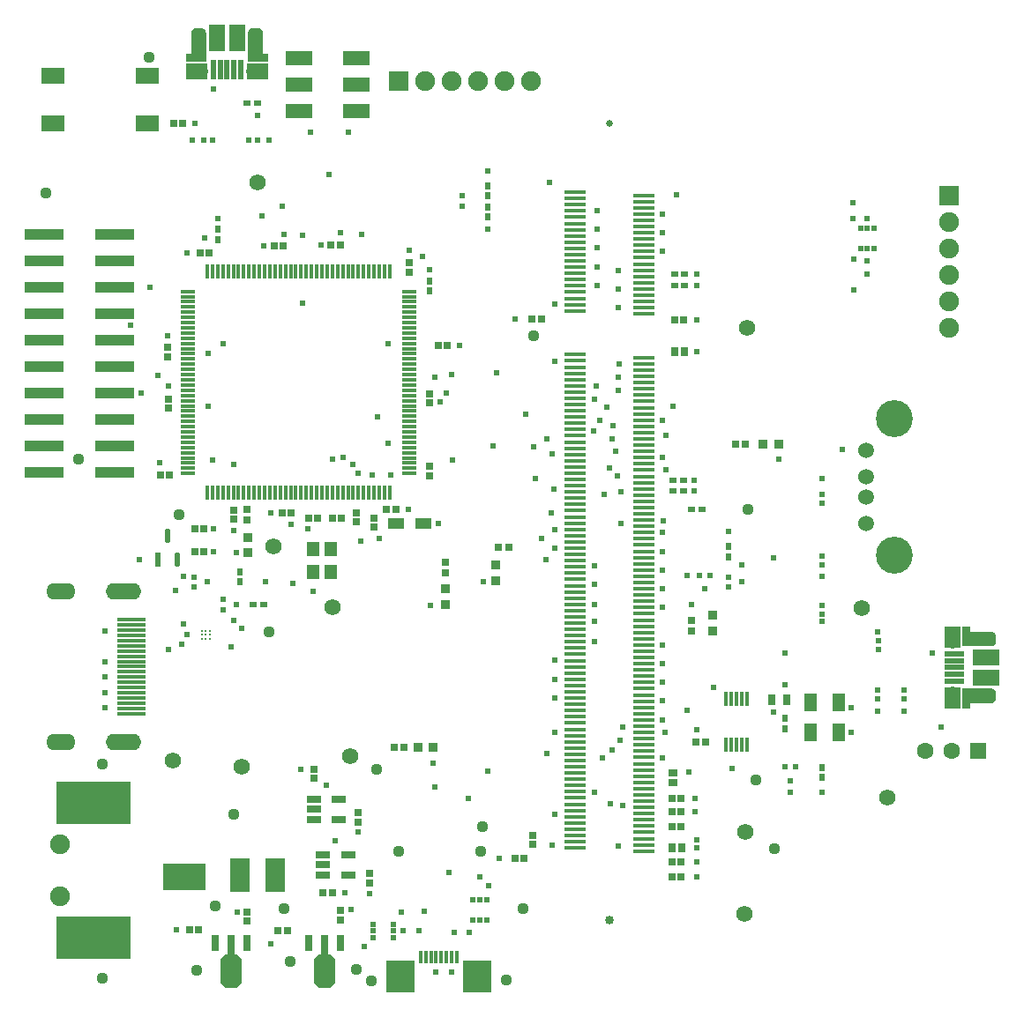
<source format=gts>
G04*
G04 #@! TF.GenerationSoftware,Altium Limited,Altium Designer,20.0.11 (256)*
G04*
G04 Layer_Color=8388736*
%FSLAX25Y25*%
%MOIN*%
G70*
G01*
G75*
%ADD18R,0.02762X0.02368*%
%ADD19R,0.02762X0.05912*%
%ADD20R,0.02762X0.07487*%
G04:AMPARAMS|DCode=21|XSize=78.8mil|YSize=129.98mil|CornerRadius=0mil|HoleSize=0mil|Usage=FLASHONLY|Rotation=0.000|XOffset=0mil|YOffset=0mil|HoleType=Round|Shape=Octagon|*
%AMOCTAGOND21*
4,1,8,-0.01970,0.06499,0.01970,0.06499,0.03940,0.04529,0.03940,-0.04529,0.01970,-0.06499,-0.01970,-0.06499,-0.03940,-0.04529,-0.03940,0.04529,-0.01970,0.06499,0.0*
%
%ADD21OCTAGOND21*%

%ADD22R,0.15164X0.04337*%
%ADD23R,0.01975X0.07290*%
%ADD24R,0.06010X0.10243*%
%ADD25R,0.10400X0.05400*%
%ADD26R,0.03156X0.02959*%
%ADD27R,0.03550X0.03550*%
%ADD28R,0.02959X0.03156*%
%ADD29R,0.02959X0.02841*%
%ADD30R,0.02841X0.02959*%
%ADD31R,0.02165X0.02362*%
%ADD32R,0.05518X0.03156*%
%ADD33R,0.02368X0.02762*%
%ADD34R,0.04724X0.05512*%
%ADD35R,0.05912X0.04337*%
%ADD36R,0.01778X0.05715*%
%ADD37R,0.05715X0.01778*%
%ADD38R,0.08700X0.05900*%
%ADD39R,0.03550X0.03550*%
%ADD40R,0.02362X0.02165*%
%ADD41R,0.04731X0.07093*%
%ADD42R,0.27959X0.16148*%
%ADD43R,0.16148X0.10243*%
%ADD44R,0.01975X0.02368*%
%ADD45R,0.02368X0.01975*%
%ADD46R,0.11030X0.12211*%
%ADD47R,0.01581X0.05124*%
%ADD48C,0.00984*%
%ADD49R,0.01975X0.02408*%
%ADD50R,0.08274X0.01778*%
%ADD51R,0.01181X0.05512*%
%ADD52R,0.02267X0.05540*%
G04:AMPARAMS|DCode=53|XSize=55.4mil|YSize=22.67mil|CornerRadius=11.34mil|HoleSize=0mil|Usage=FLASHONLY|Rotation=90.000|XOffset=0mil|YOffset=0mil|HoleType=Round|Shape=RoundedRectangle|*
%AMROUNDEDRECTD53*
21,1,0.05540,0.00000,0,0,90.0*
21,1,0.03273,0.02267,0,0,90.0*
1,1,0.02267,0.00000,0.01636*
1,1,0.02267,0.00000,-0.01636*
1,1,0.02267,0.00000,-0.01636*
1,1,0.02267,0.00000,0.01636*
%
%ADD53ROUNDEDRECTD53*%
%ADD54R,0.03156X0.03943*%
%ADD55R,0.02408X0.01975*%
%ADD56R,0.07290X0.01975*%
%ADD57R,0.10243X0.06010*%
%ADD58R,0.10636X0.01502*%
%ADD59R,0.03235X0.03117*%
%ADD60R,0.03117X0.03235*%
%ADD61R,0.07408X0.12802*%
%ADD62R,0.08274X0.06148*%
%ADD63R,0.06148X0.08274*%
%ADD64O,0.05124X0.07093*%
%ADD65O,0.04337X0.05912*%
%ADD66C,0.07487*%
%ADD67R,0.07487X0.07487*%
%ADD68C,0.06181*%
%ADD69C,0.03353*%
%ADD70C,0.02565*%
%ADD71C,0.06306*%
%ADD72R,0.06306X0.06306*%
%ADD73R,0.07487X0.07487*%
%ADD74O,0.07093X0.05124*%
%ADD75O,0.05912X0.04337*%
%ADD76C,0.05991*%
%ADD77C,0.13983*%
%ADD78O,0.11030X0.06306*%
%ADD79O,0.13392X0.06306*%
%ADD80C,0.02400*%
%ADD81C,0.04400*%
G36*
X71761Y370504D02*
X71765Y370504D01*
X71934Y370496D01*
X71945Y370495D01*
X71956Y370494D01*
X72120Y370468D01*
X72130Y370466D01*
X72140Y370464D01*
X72296Y370423D01*
X72306Y370419D01*
X72316Y370416D01*
X72470Y370357D01*
X72481Y370351D01*
X72492Y370347D01*
X72618Y370280D01*
X72621Y370278D01*
X72624Y370276D01*
X72747Y370205D01*
X72756Y370198D01*
X72767Y370192D01*
X72895Y370095D01*
X72905Y370086D01*
X72916Y370077D01*
X73020Y369973D01*
X73022Y369970D01*
X73025Y369968D01*
X73128Y369857D01*
X73136Y369846D01*
X73145Y369836D01*
X73228Y369718D01*
X73230Y369713D01*
X73233Y369709D01*
X73320Y369571D01*
X73326Y369559D01*
X73333Y369546D01*
X73396Y369404D01*
X73398Y369399D01*
X73401Y369393D01*
X73448Y369267D01*
X73450Y369260D01*
X73453Y369254D01*
X73472Y369187D01*
X73473Y369181D01*
X73475Y369176D01*
X73491Y369109D01*
X73491Y369106D01*
X73492Y369102D01*
X73508Y369024D01*
X73508Y369023D01*
X73508Y369022D01*
X73524Y368939D01*
X73526Y368925D01*
X73527Y368911D01*
X73532Y368824D01*
X73531Y368819D01*
X73532Y368815D01*
Y368728D01*
Y360658D01*
Y357902D01*
X73528Y357862D01*
X73516Y357825D01*
X73498Y357790D01*
X73473Y357759D01*
X73442Y357734D01*
X73408Y357716D01*
X73370Y357704D01*
X73331Y357701D01*
X66146D01*
X66106Y357704D01*
X66069Y357716D01*
X66034Y357734D01*
X66004Y357759D01*
X65979Y357790D01*
X65960Y357825D01*
X65949Y357862D01*
X65945Y357902D01*
Y360658D01*
X65949Y360697D01*
X65960Y360734D01*
X65979Y360769D01*
X66004Y360800D01*
X66034Y360825D01*
X66069Y360843D01*
X66106Y360855D01*
X66146Y360858D01*
X68012D01*
Y368728D01*
X68012Y368733D01*
X68012Y368739D01*
X68020Y368892D01*
X68021Y368898D01*
X68021Y368903D01*
X68036Y369053D01*
X68039Y369066D01*
X68041Y369080D01*
X68059Y369150D01*
X68060Y369155D01*
X68062Y369161D01*
X68083Y369232D01*
X68083Y369232D01*
X68127Y369374D01*
X68133Y369389D01*
X68139Y369405D01*
X68214Y369554D01*
X68218Y369561D01*
X68221Y369568D01*
X68304Y369706D01*
X68310Y369714D01*
X68316Y369723D01*
X68410Y369849D01*
X68415Y369854D01*
X68419Y369860D01*
X68521Y369978D01*
X68532Y369988D01*
X68541Y369998D01*
X68663Y370104D01*
X68669Y370108D01*
X68674Y370113D01*
X68804Y370211D01*
X68816Y370219D01*
X68828Y370227D01*
X68969Y370306D01*
X68974Y370308D01*
X68979Y370311D01*
X69125Y370381D01*
X69138Y370387D01*
X69152Y370392D01*
X69313Y370444D01*
X69325Y370446D01*
X69336Y370449D01*
X69458Y370473D01*
X69464Y370473D01*
X69469Y370475D01*
X69615Y370494D01*
X69623Y370495D01*
X69631Y370496D01*
X69777Y370504D01*
X69782Y370504D01*
X69787Y370504D01*
X71756D01*
X71761Y370504D01*
D02*
G37*
G36*
X93218Y370504D02*
X93223Y370504D01*
X93369Y370496D01*
X93377Y370495D01*
X93385Y370494D01*
X93531Y370475D01*
X93536Y370473D01*
X93542Y370473D01*
X93664Y370449D01*
X93675Y370446D01*
X93687Y370444D01*
X93848Y370392D01*
X93862Y370387D01*
X93875Y370381D01*
X94021Y370311D01*
X94026Y370308D01*
X94031Y370306D01*
X94172Y370227D01*
X94184Y370219D01*
X94196Y370211D01*
X94326Y370113D01*
X94331Y370108D01*
X94337Y370104D01*
X94459Y369998D01*
X94468Y369988D01*
X94479Y369978D01*
X94581Y369860D01*
X94585Y369854D01*
X94590Y369849D01*
X94684Y369723D01*
X94690Y369714D01*
X94696Y369706D01*
X94779Y369568D01*
X94782Y369561D01*
X94786Y369554D01*
X94861Y369405D01*
X94867Y369389D01*
X94873Y369374D01*
X94917Y369232D01*
X94917Y369232D01*
X94938Y369161D01*
X94940Y369155D01*
X94941Y369150D01*
X94959Y369080D01*
X94961Y369066D01*
X94964Y369053D01*
X94979Y368903D01*
X94979Y368898D01*
X94980Y368892D01*
X94988Y368739D01*
X94988Y368734D01*
X94988Y368728D01*
Y360858D01*
X96854D01*
X96894Y360855D01*
X96931Y360843D01*
X96966Y360825D01*
X96996Y360800D01*
X97021Y360769D01*
X97040Y360734D01*
X97051Y360697D01*
X97055Y360658D01*
Y357902D01*
X97051Y357862D01*
X97040Y357825D01*
X97021Y357790D01*
X96996Y357759D01*
X96966Y357734D01*
X96931Y357716D01*
X96894Y357704D01*
X96854Y357701D01*
X89669D01*
X89630Y357704D01*
X89592Y357716D01*
X89558Y357734D01*
X89527Y357759D01*
X89502Y357790D01*
X89484Y357825D01*
X89472Y357862D01*
X89468Y357902D01*
Y360658D01*
Y368728D01*
Y368815D01*
X89469Y368819D01*
X89468Y368824D01*
X89473Y368911D01*
X89474Y368925D01*
X89476Y368939D01*
X89492Y369022D01*
X89492Y369023D01*
X89492Y369024D01*
X89508Y369102D01*
X89509Y369106D01*
X89509Y369109D01*
X89525Y369176D01*
X89527Y369181D01*
X89528Y369187D01*
X89547Y369254D01*
X89550Y369260D01*
X89552Y369267D01*
X89599Y369393D01*
X89602Y369399D01*
X89604Y369405D01*
X89667Y369546D01*
X89674Y369559D01*
X89680Y369571D01*
X89767Y369709D01*
X89770Y369713D01*
X89772Y369718D01*
X89855Y369836D01*
X89864Y369846D01*
X89872Y369857D01*
X89975Y369968D01*
X89978Y369970D01*
X89980Y369973D01*
X90084Y370077D01*
X90095Y370086D01*
X90105Y370095D01*
X90233Y370192D01*
X90244Y370198D01*
X90253Y370205D01*
X90376Y370276D01*
X90379Y370278D01*
X90382Y370280D01*
X90508Y370347D01*
X90519Y370351D01*
X90530Y370357D01*
X90684Y370416D01*
X90694Y370419D01*
X90704Y370423D01*
X90860Y370464D01*
X90870Y370466D01*
X90880Y370468D01*
X91044Y370494D01*
X91055Y370495D01*
X91066Y370496D01*
X91235Y370504D01*
X91239Y370504D01*
X91244Y370504D01*
X93213D01*
X93218Y370504D01*
D02*
G37*
G36*
X370363Y120742D02*
X370367Y120742D01*
X370454Y120738D01*
X370468Y120736D01*
X370482Y120735D01*
X370565Y120719D01*
X370566Y120719D01*
X370567Y120719D01*
X370646Y120703D01*
X370649Y120702D01*
X370652Y120702D01*
X370719Y120686D01*
X370725Y120684D01*
X370730Y120683D01*
X370797Y120663D01*
X370804Y120660D01*
X370811Y120659D01*
X370937Y120611D01*
X370942Y120609D01*
X370948Y120607D01*
X371090Y120544D01*
X371102Y120537D01*
X371115Y120530D01*
X371253Y120444D01*
X371257Y120441D01*
X371261Y120438D01*
X371379Y120356D01*
X371390Y120347D01*
X371400Y120338D01*
X371511Y120236D01*
X371513Y120233D01*
X371516Y120231D01*
X371620Y120126D01*
X371629Y120115D01*
X371639Y120105D01*
X371735Y119977D01*
X371742Y119967D01*
X371749Y119957D01*
X371819Y119835D01*
X371821Y119832D01*
X371823Y119828D01*
X371890Y119703D01*
X371895Y119691D01*
X371900Y119680D01*
X371959Y119527D01*
X371962Y119517D01*
X371966Y119506D01*
X372007Y119351D01*
X372009Y119340D01*
X372012Y119330D01*
X372037Y119167D01*
X372038Y119156D01*
X372039Y119145D01*
X372047Y118976D01*
X372047Y118971D01*
X372047Y118966D01*
Y116998D01*
X372047Y116993D01*
X372047Y116987D01*
X372039Y116841D01*
X372038Y116833D01*
X372038Y116825D01*
X372018Y116680D01*
X372017Y116674D01*
X372016Y116668D01*
X371993Y116546D01*
X371989Y116535D01*
X371987Y116524D01*
X371936Y116363D01*
X371930Y116349D01*
X371925Y116335D01*
X371854Y116190D01*
X371851Y116185D01*
X371849Y116180D01*
X371770Y116038D01*
X371762Y116026D01*
X371755Y116015D01*
X371656Y115885D01*
X371652Y115879D01*
X371648Y115874D01*
X371541Y115752D01*
X371531Y115742D01*
X371521Y115732D01*
X371403Y115630D01*
X371397Y115626D01*
X371392Y115621D01*
X371266Y115526D01*
X371257Y115521D01*
X371249Y115515D01*
X371111Y115432D01*
X371104Y115429D01*
X371098Y115425D01*
X370948Y115350D01*
X370933Y115344D01*
X370917Y115337D01*
X370775Y115294D01*
X370775Y115294D01*
X370704Y115272D01*
X370699Y115271D01*
X370694Y115269D01*
X370623Y115252D01*
X370610Y115250D01*
X370596Y115247D01*
X370446Y115231D01*
X370441Y115231D01*
X370436Y115230D01*
X370282Y115223D01*
X370277Y115223D01*
X370272Y115222D01*
X362402D01*
Y113356D01*
X362398Y113317D01*
X362386Y113279D01*
X362368Y113245D01*
X362343Y113214D01*
X362312Y113189D01*
X362278Y113171D01*
X362240Y113159D01*
X362201Y113155D01*
X359445D01*
X359406Y113159D01*
X359368Y113171D01*
X359333Y113189D01*
X359303Y113214D01*
X359278Y113245D01*
X359259Y113279D01*
X359248Y113317D01*
X359244Y113356D01*
Y120541D01*
X359248Y120580D01*
X359259Y120618D01*
X359278Y120653D01*
X359303Y120683D01*
X359333Y120708D01*
X359368Y120727D01*
X359406Y120738D01*
X359445Y120742D01*
X370358D01*
X370363Y120742D01*
D02*
G37*
G36*
X362240Y144262D02*
X362278Y144251D01*
X362312Y144232D01*
X362343Y144207D01*
X362368Y144177D01*
X362386Y144142D01*
X362398Y144104D01*
X362402Y144065D01*
Y142199D01*
X370272D01*
X370277Y142199D01*
X370282Y142199D01*
X370436Y142191D01*
X370441Y142190D01*
X370446Y142190D01*
X370596Y142174D01*
X370610Y142172D01*
X370623Y142169D01*
X370694Y142152D01*
X370699Y142150D01*
X370704Y142149D01*
X370775Y142127D01*
X370775Y142127D01*
X370917Y142084D01*
X370933Y142078D01*
X370948Y142071D01*
X371098Y141997D01*
X371104Y141993D01*
X371111Y141989D01*
X371249Y141907D01*
X371257Y141900D01*
X371266Y141895D01*
X371392Y141800D01*
X371397Y141796D01*
X371403Y141792D01*
X371521Y141689D01*
X371531Y141679D01*
X371541Y141669D01*
X371648Y141547D01*
X371652Y141542D01*
X371656Y141537D01*
X371755Y141407D01*
X371762Y141395D01*
X371770Y141383D01*
X371849Y141241D01*
X371851Y141236D01*
X371854Y141232D01*
X371925Y141086D01*
X371930Y141072D01*
X371936Y141059D01*
X371987Y140897D01*
X371989Y140886D01*
X371993Y140875D01*
X372016Y140753D01*
X372017Y140747D01*
X372018Y140742D01*
X372038Y140596D01*
X372038Y140588D01*
X372039Y140580D01*
X372047Y140434D01*
X372047Y140429D01*
X372047Y140423D01*
Y138455D01*
X372047Y138450D01*
X372047Y138445D01*
X372039Y138276D01*
X372038Y138265D01*
X372037Y138254D01*
X372011Y138091D01*
X372009Y138081D01*
X372007Y138070D01*
X371966Y137915D01*
X371962Y137905D01*
X371959Y137894D01*
X371900Y137741D01*
X371895Y137730D01*
X371890Y137719D01*
X371823Y137593D01*
X371821Y137590D01*
X371819Y137586D01*
X371749Y137464D01*
X371742Y137454D01*
X371735Y137444D01*
X371639Y137316D01*
X371629Y137306D01*
X371620Y137295D01*
X371516Y137191D01*
X371513Y137188D01*
X371511Y137185D01*
X371400Y137083D01*
X371390Y137075D01*
X371379Y137066D01*
X371261Y136983D01*
X371257Y136980D01*
X371253Y136978D01*
X371115Y136891D01*
X371102Y136884D01*
X371090Y136877D01*
X370948Y136814D01*
X370942Y136812D01*
X370937Y136810D01*
X370811Y136763D01*
X370804Y136761D01*
X370797Y136758D01*
X370730Y136738D01*
X370725Y136737D01*
X370719Y136735D01*
X370652Y136720D01*
X370649Y136719D01*
X370646Y136718D01*
X370567Y136703D01*
X370566Y136702D01*
X370565Y136702D01*
X370482Y136686D01*
X370468Y136685D01*
X370454Y136683D01*
X370367Y136679D01*
X370363Y136679D01*
X370358Y136679D01*
X359445D01*
X359406Y136683D01*
X359368Y136694D01*
X359333Y136713D01*
X359303Y136738D01*
X359278Y136768D01*
X359259Y136803D01*
X359248Y136841D01*
X359244Y136880D01*
Y144065D01*
X359248Y144104D01*
X359259Y144142D01*
X359278Y144177D01*
X359303Y144207D01*
X359333Y144232D01*
X359368Y144251D01*
X359406Y144262D01*
X359445Y144266D01*
X362201D01*
X362240Y144262D01*
D02*
G37*
D18*
X92968Y342000D02*
D03*
X89031D02*
D03*
X91531Y152500D02*
D03*
X95468D02*
D03*
X260968Y188500D02*
D03*
X257031D02*
D03*
X250031Y199500D02*
D03*
X253969D02*
D03*
X250031Y195500D02*
D03*
X253969D02*
D03*
X250532Y277500D02*
D03*
X254468D02*
D03*
X250532Y273000D02*
D03*
X254468D02*
D03*
D19*
X124311Y24500D02*
D03*
X112500D02*
D03*
X77095Y24480D02*
D03*
X88906D02*
D03*
D20*
X118405Y23713D02*
D03*
X83000Y23693D02*
D03*
D21*
X118405Y13870D02*
D03*
X83000Y13850D02*
D03*
D22*
X12500Y262500D02*
D03*
X39075D02*
D03*
X12500Y252500D02*
D03*
Y242500D02*
D03*
X39075Y252500D02*
D03*
Y242500D02*
D03*
X12500Y232500D02*
D03*
Y222500D02*
D03*
Y212500D02*
D03*
Y202500D02*
D03*
X39075Y232500D02*
D03*
Y222500D02*
D03*
Y212500D02*
D03*
Y202500D02*
D03*
Y272500D02*
D03*
Y282500D02*
D03*
Y292500D02*
D03*
X12500Y272500D02*
D03*
Y282500D02*
D03*
Y292500D02*
D03*
D23*
X81500Y354850D02*
D03*
X84059D02*
D03*
X86618D02*
D03*
X78941D02*
D03*
X76382D02*
D03*
D24*
X85289Y366957D02*
D03*
X77711D02*
D03*
D25*
X130248Y339000D02*
D03*
X108752D02*
D03*
X130248Y349000D02*
D03*
X108752D02*
D03*
X130248Y359000D02*
D03*
X108752D02*
D03*
D26*
X144630Y98500D02*
D03*
X148370D02*
D03*
X184130Y174000D02*
D03*
X187870D02*
D03*
X277370Y213000D02*
D03*
X273630D02*
D03*
D27*
X89500Y177952D02*
D03*
Y172047D02*
D03*
X183000Y167452D02*
D03*
Y161547D02*
D03*
X164000Y158452D02*
D03*
Y152547D02*
D03*
X265000Y142548D02*
D03*
Y148453D02*
D03*
D28*
X89000Y184630D02*
D03*
Y188370D02*
D03*
X164000Y164630D02*
D03*
Y168370D02*
D03*
X257000Y142630D02*
D03*
Y146370D02*
D03*
D29*
X124232Y288500D02*
D03*
X120768D02*
D03*
X102732Y288000D02*
D03*
X99268D02*
D03*
X70732Y29500D02*
D03*
X67268D02*
D03*
X104232Y29000D02*
D03*
X100768D02*
D03*
X117768Y43500D02*
D03*
X121232D02*
D03*
X164732Y250500D02*
D03*
X161268D02*
D03*
X74732Y285500D02*
D03*
X71268D02*
D03*
X56268Y201500D02*
D03*
X59732D02*
D03*
X115732Y185000D02*
D03*
X112268D02*
D03*
X121268D02*
D03*
X124732D02*
D03*
X145232Y188500D02*
D03*
X141768D02*
D03*
X61268Y334500D02*
D03*
X64732D02*
D03*
X105732Y187000D02*
D03*
X102268D02*
D03*
X69268Y172500D02*
D03*
X72732D02*
D03*
X69268Y181000D02*
D03*
X72732D02*
D03*
X262232Y100500D02*
D03*
X258768D02*
D03*
X253075Y79000D02*
D03*
X249610D02*
D03*
X253075Y68500D02*
D03*
X249610D02*
D03*
X253075Y74000D02*
D03*
X249610D02*
D03*
X190268Y56500D02*
D03*
X193732D02*
D03*
X254095Y260000D02*
D03*
X250630D02*
D03*
X196768Y260500D02*
D03*
X200232D02*
D03*
X253075Y49500D02*
D03*
X249610D02*
D03*
X253075Y55000D02*
D03*
X249610D02*
D03*
D30*
X150500Y281732D02*
D03*
Y278268D02*
D03*
X89000Y32768D02*
D03*
Y36232D02*
D03*
X124283Y33271D02*
D03*
Y36735D02*
D03*
X135500Y50732D02*
D03*
Y47268D02*
D03*
X131000Y73732D02*
D03*
Y70268D02*
D03*
X114500Y86768D02*
D03*
Y90232D02*
D03*
X130500Y183768D02*
D03*
Y187232D02*
D03*
X158000Y201268D02*
D03*
Y204732D02*
D03*
Y228768D02*
D03*
Y232232D02*
D03*
X59000Y249732D02*
D03*
Y246268D02*
D03*
X59500Y230232D02*
D03*
Y226768D02*
D03*
X137000Y181768D02*
D03*
Y185232D02*
D03*
X84000Y188232D02*
D03*
Y184768D02*
D03*
X197000Y61768D02*
D03*
Y65232D02*
D03*
D31*
X93173Y328000D02*
D03*
X89827D02*
D03*
X72827D02*
D03*
X76173D02*
D03*
D32*
X114276Y78740D02*
D03*
Y75000D02*
D03*
Y71260D02*
D03*
X123724D02*
D03*
Y78740D02*
D03*
X117776Y57740D02*
D03*
Y54000D02*
D03*
Y50260D02*
D03*
X127224D02*
D03*
Y57740D02*
D03*
D33*
X158000Y274969D02*
D03*
Y271031D02*
D03*
X78000Y294468D02*
D03*
Y290531D02*
D03*
X86500Y164969D02*
D03*
Y161031D02*
D03*
X180000Y310968D02*
D03*
Y307031D02*
D03*
X271000Y174469D02*
D03*
Y170531D02*
D03*
X306500Y87032D02*
D03*
Y90969D02*
D03*
X292441Y109357D02*
D03*
Y105420D02*
D03*
X180000Y299031D02*
D03*
Y302969D02*
D03*
D34*
X114154Y164669D02*
D03*
X120846D02*
D03*
Y173331D02*
D03*
X114154D02*
D03*
D35*
X155618Y183000D02*
D03*
X145382D02*
D03*
D36*
X74051Y194669D02*
D03*
X76020D02*
D03*
X77988D02*
D03*
X79957D02*
D03*
X81925D02*
D03*
X83894D02*
D03*
X85862D02*
D03*
X87831D02*
D03*
X89799D02*
D03*
X91768D02*
D03*
X93736D02*
D03*
X95705D02*
D03*
X97673D02*
D03*
X99642D02*
D03*
X101610D02*
D03*
X103579D02*
D03*
X105547D02*
D03*
X107516D02*
D03*
X109484D02*
D03*
X111453D02*
D03*
X113421D02*
D03*
X115390D02*
D03*
X117358D02*
D03*
X119327D02*
D03*
X121295D02*
D03*
X123264D02*
D03*
X125232D02*
D03*
X127201D02*
D03*
X129169D02*
D03*
X131138D02*
D03*
X133106D02*
D03*
X135075D02*
D03*
X137043D02*
D03*
X139012D02*
D03*
X140980D02*
D03*
X142949D02*
D03*
Y278331D02*
D03*
X140980D02*
D03*
X139012D02*
D03*
X137043D02*
D03*
X135075D02*
D03*
X133106D02*
D03*
X131138D02*
D03*
X129169D02*
D03*
X127201D02*
D03*
X125232D02*
D03*
X123264D02*
D03*
X121295D02*
D03*
X119327D02*
D03*
X117358D02*
D03*
X115390D02*
D03*
X113421D02*
D03*
X111453D02*
D03*
X109484D02*
D03*
X107516D02*
D03*
X105547D02*
D03*
X103579D02*
D03*
X101610D02*
D03*
X99642D02*
D03*
X97673D02*
D03*
X95705D02*
D03*
X93736D02*
D03*
X91768D02*
D03*
X89799D02*
D03*
X87831D02*
D03*
X85862D02*
D03*
X83894D02*
D03*
X81925D02*
D03*
X79957D02*
D03*
X77988D02*
D03*
X76020D02*
D03*
X74051D02*
D03*
D37*
X150331Y202051D02*
D03*
Y204020D02*
D03*
Y205988D02*
D03*
Y207957D02*
D03*
Y209925D02*
D03*
Y211894D02*
D03*
Y213862D02*
D03*
Y215831D02*
D03*
Y217799D02*
D03*
Y219768D02*
D03*
Y221736D02*
D03*
Y223705D02*
D03*
Y225673D02*
D03*
Y227642D02*
D03*
Y229610D02*
D03*
Y231579D02*
D03*
Y233547D02*
D03*
Y235516D02*
D03*
Y237484D02*
D03*
Y239453D02*
D03*
Y241421D02*
D03*
Y243390D02*
D03*
Y245358D02*
D03*
Y247327D02*
D03*
Y249295D02*
D03*
Y251264D02*
D03*
Y253232D02*
D03*
Y255201D02*
D03*
Y257169D02*
D03*
Y259138D02*
D03*
Y261106D02*
D03*
Y263075D02*
D03*
Y265043D02*
D03*
Y267012D02*
D03*
Y268980D02*
D03*
Y270949D02*
D03*
X66669D02*
D03*
Y268980D02*
D03*
Y267012D02*
D03*
Y265043D02*
D03*
Y263075D02*
D03*
Y261106D02*
D03*
Y259138D02*
D03*
Y257169D02*
D03*
Y255201D02*
D03*
Y253232D02*
D03*
Y251264D02*
D03*
Y249295D02*
D03*
Y247327D02*
D03*
Y245358D02*
D03*
Y243390D02*
D03*
Y241421D02*
D03*
Y239453D02*
D03*
Y237484D02*
D03*
Y235516D02*
D03*
Y233547D02*
D03*
Y231579D02*
D03*
Y229610D02*
D03*
Y227642D02*
D03*
Y225673D02*
D03*
Y223705D02*
D03*
Y221736D02*
D03*
Y219768D02*
D03*
Y217799D02*
D03*
Y215831D02*
D03*
Y213862D02*
D03*
Y211894D02*
D03*
Y209925D02*
D03*
Y207957D02*
D03*
Y205988D02*
D03*
Y204020D02*
D03*
Y202051D02*
D03*
D38*
X15550Y334650D02*
D03*
X51450D02*
D03*
X15550Y352350D02*
D03*
X51450D02*
D03*
D39*
X284048Y213000D02*
D03*
X289953D02*
D03*
X159453Y98500D02*
D03*
X153548D02*
D03*
D40*
X327587Y135502D02*
D03*
Y138848D02*
D03*
X306500Y194122D02*
D03*
Y190776D02*
D03*
Y167327D02*
D03*
Y170673D02*
D03*
X327500Y116827D02*
D03*
Y120173D02*
D03*
X306500Y148827D02*
D03*
Y152173D02*
D03*
X337500Y116827D02*
D03*
Y120173D02*
D03*
D41*
X312815Y115500D02*
D03*
X302185D02*
D03*
X312815Y104000D02*
D03*
X302185D02*
D03*
D42*
X31032Y26409D02*
D03*
Y77591D02*
D03*
D43*
X65480Y49638D02*
D03*
D44*
X179559Y33260D02*
D03*
X177000D02*
D03*
X174441D02*
D03*
Y40740D02*
D03*
X177000D02*
D03*
X179559D02*
D03*
X326059Y294740D02*
D03*
X323500D02*
D03*
X320941D02*
D03*
Y287260D02*
D03*
X323500D02*
D03*
X326059D02*
D03*
D45*
X144240Y31559D02*
D03*
Y29000D02*
D03*
Y26441D02*
D03*
X136760D02*
D03*
Y29000D02*
D03*
Y31559D02*
D03*
D46*
X175988Y11756D02*
D03*
X147012D02*
D03*
D47*
X162484Y19079D02*
D03*
X160516D02*
D03*
X158547D02*
D03*
X156579D02*
D03*
X154610D02*
D03*
X164453D02*
D03*
X166421D02*
D03*
X168390D02*
D03*
D48*
X75075Y139425D02*
D03*
X73500D02*
D03*
X71925D02*
D03*
X75075Y141000D02*
D03*
X73500D02*
D03*
X71925D02*
D03*
X75075Y142575D02*
D03*
X73500D02*
D03*
X71925D02*
D03*
D49*
X294500Y85941D02*
D03*
X292531Y91059D02*
D03*
X296468D02*
D03*
X262000Y158441D02*
D03*
X260032Y163559D02*
D03*
X263968D02*
D03*
D50*
X213016Y60429D02*
D03*
X239000Y59248D02*
D03*
X213016Y62791D02*
D03*
X239000Y61610D02*
D03*
X213016Y65153D02*
D03*
X239000Y63972D02*
D03*
X213016Y67516D02*
D03*
X239000Y66335D02*
D03*
X213016Y69878D02*
D03*
X239000Y68697D02*
D03*
X213016Y72240D02*
D03*
X239000Y71059D02*
D03*
X213016Y74602D02*
D03*
X239000Y73421D02*
D03*
X213016Y76965D02*
D03*
X239000Y75783D02*
D03*
X213016Y79327D02*
D03*
X239000Y78146D02*
D03*
X213016Y81689D02*
D03*
X239000Y80508D02*
D03*
X213016Y84051D02*
D03*
X239000Y82870D02*
D03*
X213016Y86413D02*
D03*
X239000Y85232D02*
D03*
X213016Y88776D02*
D03*
X239000Y87594D02*
D03*
X213016Y91138D02*
D03*
X239000Y89957D02*
D03*
X213016Y93500D02*
D03*
X239000Y92319D02*
D03*
X213016Y95862D02*
D03*
X239000Y94681D02*
D03*
X213016Y98224D02*
D03*
X239000Y97043D02*
D03*
X213016Y100587D02*
D03*
X239000Y99405D02*
D03*
X213016Y102949D02*
D03*
X239000Y101768D02*
D03*
X213016Y105311D02*
D03*
X239000Y104130D02*
D03*
X213016Y107673D02*
D03*
X239000Y106492D02*
D03*
X213016Y110035D02*
D03*
X239000Y108854D02*
D03*
X213016Y112398D02*
D03*
X239000Y111216D02*
D03*
X213016Y114760D02*
D03*
X239000Y113579D02*
D03*
X213016Y117122D02*
D03*
X239000Y115941D02*
D03*
X213016Y119484D02*
D03*
X239000Y118303D02*
D03*
X213016Y121846D02*
D03*
X239000Y120665D02*
D03*
X213016Y124209D02*
D03*
X239000Y123028D02*
D03*
Y125390D02*
D03*
X213016Y126571D02*
D03*
X239000Y127752D02*
D03*
X213016Y128933D02*
D03*
X239000Y130114D02*
D03*
X213016Y131295D02*
D03*
X239000Y132476D02*
D03*
X213016Y133658D02*
D03*
X239000Y134839D02*
D03*
X213016Y136020D02*
D03*
X239000Y137201D02*
D03*
X213016Y138382D02*
D03*
X239000Y139563D02*
D03*
X213016Y140744D02*
D03*
X239000Y141925D02*
D03*
X213016Y143106D02*
D03*
X239000Y144287D02*
D03*
X213016Y145468D02*
D03*
X239000Y146650D02*
D03*
X213016Y147831D02*
D03*
X239000Y149012D02*
D03*
X213016Y150193D02*
D03*
X239000Y151374D02*
D03*
X213016Y152555D02*
D03*
X239000Y153736D02*
D03*
X213016Y154917D02*
D03*
X239000Y156098D02*
D03*
X213016Y157280D02*
D03*
X239000Y158461D02*
D03*
X213016Y159642D02*
D03*
X239000Y160823D02*
D03*
X213016Y162004D02*
D03*
X239000Y163185D02*
D03*
X213016Y164366D02*
D03*
X239000Y165547D02*
D03*
X213016Y166728D02*
D03*
X239000Y167909D02*
D03*
X213016Y169091D02*
D03*
X239000Y170272D02*
D03*
X213016Y171453D02*
D03*
X239000Y172634D02*
D03*
X213016Y173815D02*
D03*
X239000Y174996D02*
D03*
X213016Y176177D02*
D03*
X239000Y177358D02*
D03*
X213016Y178539D02*
D03*
X239000Y179720D02*
D03*
X213016Y180902D02*
D03*
X239000Y182083D02*
D03*
X213016Y183264D02*
D03*
X239000Y184445D02*
D03*
X213016Y185626D02*
D03*
X239000Y186807D02*
D03*
X213016Y187988D02*
D03*
X239000Y189169D02*
D03*
X213016Y190350D02*
D03*
X239000Y191532D02*
D03*
X213016Y192713D02*
D03*
X239000Y193894D02*
D03*
X213016Y195075D02*
D03*
X239000Y196256D02*
D03*
X213016Y197437D02*
D03*
X239000Y198618D02*
D03*
X213016Y199799D02*
D03*
X239000Y200980D02*
D03*
X213016Y202161D02*
D03*
X239000Y203343D02*
D03*
X213016Y204524D02*
D03*
X239000Y205705D02*
D03*
X213016Y206886D02*
D03*
X239000Y208067D02*
D03*
X213016Y209248D02*
D03*
X239000Y210429D02*
D03*
X213016Y211610D02*
D03*
X239000Y212791D02*
D03*
X213016Y213972D02*
D03*
X239000Y215154D02*
D03*
X213016Y216335D02*
D03*
X239000Y217516D02*
D03*
X213016Y218697D02*
D03*
X239000Y219878D02*
D03*
X213016Y221059D02*
D03*
X239000Y222240D02*
D03*
X213016Y223421D02*
D03*
X239000Y224602D02*
D03*
X213016Y225783D02*
D03*
X239000Y226965D02*
D03*
X213016Y228146D02*
D03*
X239000Y229327D02*
D03*
X213016Y230508D02*
D03*
X239000Y231689D02*
D03*
X213016Y232870D02*
D03*
X239000Y234051D02*
D03*
X213016Y235232D02*
D03*
X239000Y236413D02*
D03*
X213016Y237595D02*
D03*
X239000Y238776D02*
D03*
X213016Y239957D02*
D03*
X239000Y241138D02*
D03*
X213016Y242319D02*
D03*
X239000Y243500D02*
D03*
X213016Y244681D02*
D03*
X239000Y245862D02*
D03*
X213016Y247043D02*
D03*
X239000Y262398D02*
D03*
X213016Y263579D02*
D03*
X239000Y264760D02*
D03*
X213016Y265941D02*
D03*
X239000Y267122D02*
D03*
X213016Y268303D02*
D03*
X239000Y269484D02*
D03*
X213016Y270665D02*
D03*
X239000Y271847D02*
D03*
X213016Y273028D02*
D03*
X239000Y274209D02*
D03*
X213016Y275390D02*
D03*
X239000Y276571D02*
D03*
X213016Y277752D02*
D03*
X239000Y278933D02*
D03*
X213016Y280114D02*
D03*
X239000Y281295D02*
D03*
X213016Y282476D02*
D03*
X239000Y283658D02*
D03*
X213016Y284839D02*
D03*
X239000Y286020D02*
D03*
X213016Y287201D02*
D03*
X239000Y288382D02*
D03*
X213016Y289563D02*
D03*
X239000Y290744D02*
D03*
X213016Y291925D02*
D03*
X239000Y293106D02*
D03*
X213016Y294287D02*
D03*
X239000Y295468D02*
D03*
X213016Y296650D02*
D03*
X239000Y297831D02*
D03*
X213016Y299012D02*
D03*
X239000Y300193D02*
D03*
X213016Y301374D02*
D03*
X239000Y302555D02*
D03*
X213016Y303736D02*
D03*
X239000Y304917D02*
D03*
X213016Y306098D02*
D03*
X239000Y307279D02*
D03*
X213016Y308461D02*
D03*
D51*
X270063Y99339D02*
D03*
X272031D02*
D03*
X274000D02*
D03*
X275969D02*
D03*
X277937D02*
D03*
Y116661D02*
D03*
X275969D02*
D03*
X274000D02*
D03*
X272031D02*
D03*
X270063D02*
D03*
D52*
X55260Y169470D02*
D03*
D53*
X62740D02*
D03*
X59000Y178530D02*
D03*
D54*
X287228Y116558D02*
D03*
X293134D02*
D03*
D55*
X85059Y152500D02*
D03*
X79941Y150531D02*
D03*
Y154469D02*
D03*
X74059Y161000D02*
D03*
X68941Y159031D02*
D03*
Y162969D02*
D03*
X276059Y161000D02*
D03*
X270941Y159031D02*
D03*
Y162969D02*
D03*
D56*
X356394Y128711D02*
D03*
Y126152D02*
D03*
Y123592D02*
D03*
Y131270D02*
D03*
Y133829D02*
D03*
D57*
X368500Y124921D02*
D03*
Y132500D02*
D03*
D58*
X45465Y111284D02*
D03*
Y113252D02*
D03*
Y115220D02*
D03*
Y117189D02*
D03*
Y119158D02*
D03*
Y121126D02*
D03*
Y123094D02*
D03*
Y125063D02*
D03*
Y127032D02*
D03*
Y129000D02*
D03*
Y130968D02*
D03*
Y132937D02*
D03*
Y134906D02*
D03*
Y136874D02*
D03*
Y138842D02*
D03*
Y140811D02*
D03*
Y142780D02*
D03*
Y144748D02*
D03*
Y146716D02*
D03*
D59*
X250000Y85189D02*
D03*
Y88811D02*
D03*
D60*
X250709Y248000D02*
D03*
X254331D02*
D03*
X249689Y60500D02*
D03*
X253311D02*
D03*
D61*
X99791Y50000D02*
D03*
X86209D02*
D03*
D62*
X70083Y354043D02*
D03*
X92917D02*
D03*
D63*
X355587Y140128D02*
D03*
Y117293D02*
D03*
D64*
X70772Y365972D02*
D03*
X92228D02*
D03*
D65*
X71953Y354043D02*
D03*
X91047D02*
D03*
D66*
X166500Y350500D02*
D03*
X156500D02*
D03*
X176500D02*
D03*
X186500D02*
D03*
X196500D02*
D03*
X18236Y42158D02*
D03*
Y61843D02*
D03*
X354500Y257000D02*
D03*
Y267000D02*
D03*
Y277000D02*
D03*
Y297000D02*
D03*
Y287000D02*
D03*
D67*
X146500Y350500D02*
D03*
D68*
X93000Y312000D02*
D03*
X99000Y174500D02*
D03*
X121500Y151500D02*
D03*
X278000Y257000D02*
D03*
X61000Y93500D02*
D03*
X277500Y66500D02*
D03*
X128000Y95000D02*
D03*
X321500Y151000D02*
D03*
X87000Y91000D02*
D03*
X277000Y35500D02*
D03*
X331000Y79500D02*
D03*
D69*
X226008Y33067D02*
D03*
D70*
Y334642D02*
D03*
D71*
X345500Y97000D02*
D03*
X355500D02*
D03*
D72*
X365500D02*
D03*
D73*
X354500Y307000D02*
D03*
D74*
X367516Y139439D02*
D03*
Y117982D02*
D03*
D75*
X355587Y138258D02*
D03*
Y119163D02*
D03*
D76*
X322917Y200937D02*
D03*
Y193063D02*
D03*
Y210780D02*
D03*
Y183221D02*
D03*
D77*
X333587Y171134D02*
D03*
Y222866D02*
D03*
D78*
X18693Y100457D02*
D03*
Y157543D02*
D03*
D79*
X42315Y100457D02*
D03*
Y157543D02*
D03*
D80*
X318500Y271500D02*
D03*
Y283000D02*
D03*
X323500Y277500D02*
D03*
Y282500D02*
D03*
X93000Y337500D02*
D03*
X87000Y143500D02*
D03*
X259000Y60500D02*
D03*
X306500Y146000D02*
D03*
Y163000D02*
D03*
X327500Y142000D02*
D03*
X205500Y104000D02*
D03*
X74500Y247500D02*
D03*
X84000Y205500D02*
D03*
X136500Y201500D02*
D03*
X105721Y182913D02*
D03*
X66500Y285500D02*
D03*
X220500Y81500D02*
D03*
X226500Y77000D02*
D03*
X98000Y187000D02*
D03*
X106500Y160500D02*
D03*
X85000Y172000D02*
D03*
X164500Y232500D02*
D03*
X142500Y251000D02*
D03*
X155500Y284000D02*
D03*
X117000Y288500D02*
D03*
X95500Y288000D02*
D03*
X76000Y207000D02*
D03*
X74500Y227500D02*
D03*
X142500Y213500D02*
D03*
X161500Y183000D02*
D03*
X143500Y201500D02*
D03*
X133500Y23000D02*
D03*
X122500Y63000D02*
D03*
X76500Y347500D02*
D03*
X62500Y29500D02*
D03*
X85503Y36232D02*
D03*
X98000Y24000D02*
D03*
X128500Y37000D02*
D03*
X126000Y43500D02*
D03*
X135500Y43000D02*
D03*
X131000Y66500D02*
D03*
X119125Y84039D02*
D03*
X109500Y90000D02*
D03*
X124500Y293000D02*
D03*
X103000Y292500D02*
D03*
X59000Y254000D02*
D03*
X59500Y235000D02*
D03*
X56000Y206000D02*
D03*
X114000Y157500D02*
D03*
X84000Y180500D02*
D03*
X112000Y181000D02*
D03*
X139000Y177500D02*
D03*
X150000Y188500D02*
D03*
X162000Y229000D02*
D03*
X169500Y250500D02*
D03*
X158000Y279000D02*
D03*
X150500Y286500D02*
D03*
X73000Y291000D02*
D03*
X78000Y298500D02*
D03*
X68500Y328000D02*
D03*
X69500Y334500D02*
D03*
X97500Y328000D02*
D03*
X127500Y331000D02*
D03*
X113000D02*
D03*
X120000Y315000D02*
D03*
X132000Y176500D02*
D03*
X159500Y92500D02*
D03*
X138500Y223500D02*
D03*
X132500Y292500D02*
D03*
X110000Y292000D02*
D03*
Y266500D02*
D03*
X121319Y207343D02*
D03*
X52500Y272500D02*
D03*
X80000Y251000D02*
D03*
X49000Y232500D02*
D03*
X55500Y239000D02*
D03*
X45000Y258000D02*
D03*
X102500Y303000D02*
D03*
X94552Y299334D02*
D03*
X170500Y303000D02*
D03*
Y307000D02*
D03*
X180000Y294500D02*
D03*
X179875Y316354D02*
D03*
X204500Y209500D02*
D03*
X131000Y202000D02*
D03*
X129000Y205500D02*
D03*
X125500Y208000D02*
D03*
X197500Y212000D02*
D03*
X183500Y240000D02*
D03*
X166500Y239500D02*
D03*
X160135Y238365D02*
D03*
X166625Y207115D02*
D03*
X182000Y212500D02*
D03*
X202500Y215000D02*
D03*
X194500Y224500D02*
D03*
X317500Y113500D02*
D03*
X327500Y112188D02*
D03*
X337500D02*
D03*
X259000Y63500D02*
D03*
X231000Y76500D02*
D03*
X229500Y61000D02*
D03*
X204500Y61500D02*
D03*
X258500Y79000D02*
D03*
X272500Y90500D02*
D03*
X227000Y97500D02*
D03*
X180000Y89500D02*
D03*
X247000Y104000D02*
D03*
X265500Y121000D02*
D03*
X64306Y137515D02*
D03*
X59500Y135500D02*
D03*
X66500Y141000D02*
D03*
X231000Y106000D02*
D03*
X65000Y163000D02*
D03*
X220500Y138500D02*
D03*
Y146000D02*
D03*
Y152500D02*
D03*
Y160000D02*
D03*
Y167000D02*
D03*
X204000Y187000D02*
D03*
X205000Y196000D02*
D03*
X246500Y184000D02*
D03*
X230500Y195000D02*
D03*
X247500Y203500D02*
D03*
X226000Y204000D02*
D03*
X247500Y216500D02*
D03*
X227000Y215000D02*
D03*
X220000Y218000D02*
D03*
X225000Y227000D02*
D03*
X220500Y230000D02*
D03*
X221000Y235000D02*
D03*
X250000Y227500D02*
D03*
X229500Y233500D02*
D03*
X229588Y243495D02*
D03*
X229433Y264751D02*
D03*
Y271760D02*
D03*
Y278900D02*
D03*
X221500Y273000D02*
D03*
Y280000D02*
D03*
Y287500D02*
D03*
Y294500D02*
D03*
Y301500D02*
D03*
X203500Y312000D02*
D03*
X64932Y145000D02*
D03*
X287998Y111752D02*
D03*
X288000Y170000D02*
D03*
X256000Y89000D02*
D03*
X257000Y152500D02*
D03*
X255500Y112500D02*
D03*
X165500Y51000D02*
D03*
X160000Y83500D02*
D03*
X83000Y136500D02*
D03*
X84000Y146500D02*
D03*
X48500Y169500D02*
D03*
X205500Y73000D02*
D03*
X184500Y56500D02*
D03*
X166500Y13500D02*
D03*
X160500D02*
D03*
X230500Y183000D02*
D03*
X202000Y169500D02*
D03*
X200500Y177500D02*
D03*
X224000Y194000D02*
D03*
X177000Y49500D02*
D03*
X180500Y46000D02*
D03*
X147500Y36000D02*
D03*
X148123Y29017D02*
D03*
X173000Y28500D02*
D03*
X153900Y29300D02*
D03*
X167463Y28323D02*
D03*
X156107Y36434D02*
D03*
X172638Y79000D02*
D03*
X306500Y200000D02*
D03*
X202500Y96000D02*
D03*
X223500Y94500D02*
D03*
X198000Y200000D02*
D03*
X229000Y201000D02*
D03*
X228500Y210500D02*
D03*
X227500Y220000D02*
D03*
X222270Y222174D02*
D03*
X229500Y238500D02*
D03*
X230000Y101000D02*
D03*
X35500Y130825D02*
D03*
Y125038D02*
D03*
Y119053D02*
D03*
Y113500D02*
D03*
X323500Y298500D02*
D03*
X318125Y298375D02*
D03*
X318000Y304500D02*
D03*
X62021Y157771D02*
D03*
X35500Y142500D02*
D03*
X96025Y161160D02*
D03*
X251500Y307500D02*
D03*
X276000Y167500D02*
D03*
X351500Y106000D02*
D03*
X292500Y122000D02*
D03*
Y134000D02*
D03*
X76500Y172500D02*
D03*
Y181000D02*
D03*
X178500Y161000D02*
D03*
X158500Y152000D02*
D03*
X290000Y207500D02*
D03*
X246000Y300154D02*
D03*
Y293077D02*
D03*
Y286000D02*
D03*
X259000Y277500D02*
D03*
Y273000D02*
D03*
Y260000D02*
D03*
Y248000D02*
D03*
X205500Y266000D02*
D03*
X190500Y260500D02*
D03*
X246000Y222182D02*
D03*
Y208000D02*
D03*
Y179671D02*
D03*
Y172500D02*
D03*
Y165500D02*
D03*
Y158500D02*
D03*
Y151500D02*
D03*
X205500Y244500D02*
D03*
Y180790D02*
D03*
Y173825D02*
D03*
X246000Y137202D02*
D03*
Y130000D02*
D03*
X205500Y131500D02*
D03*
Y124000D02*
D03*
X246000Y123000D02*
D03*
Y116000D02*
D03*
X205500Y117000D02*
D03*
X246000Y108800D02*
D03*
Y94500D02*
D03*
X258000Y195500D02*
D03*
Y199500D02*
D03*
X314000Y211000D02*
D03*
X271000Y180000D02*
D03*
X255500Y163500D02*
D03*
X348000Y134000D02*
D03*
X317500Y104000D02*
D03*
X306500Y81500D02*
D03*
X294500D02*
D03*
X259000Y105000D02*
D03*
X258500Y74000D02*
D03*
X259000Y55000D02*
D03*
Y49500D02*
D03*
D81*
X187000Y10500D02*
D03*
X136000Y10000D02*
D03*
X25500Y207500D02*
D03*
X13000Y308000D02*
D03*
X52000Y359500D02*
D03*
X70000Y14000D02*
D03*
X130500Y14500D02*
D03*
X105500Y17500D02*
D03*
X77000Y38500D02*
D03*
X288500Y60000D02*
D03*
X278500Y188500D02*
D03*
X281500Y86000D02*
D03*
X197500Y254000D02*
D03*
X138000Y90000D02*
D03*
X193500Y37500D02*
D03*
X177500Y59000D02*
D03*
X178000Y68500D02*
D03*
X146500Y59000D02*
D03*
X97500Y142000D02*
D03*
X103000Y37500D02*
D03*
X63500Y186500D02*
D03*
X84000Y73000D02*
D03*
X34500Y11000D02*
D03*
Y92000D02*
D03*
M02*

</source>
